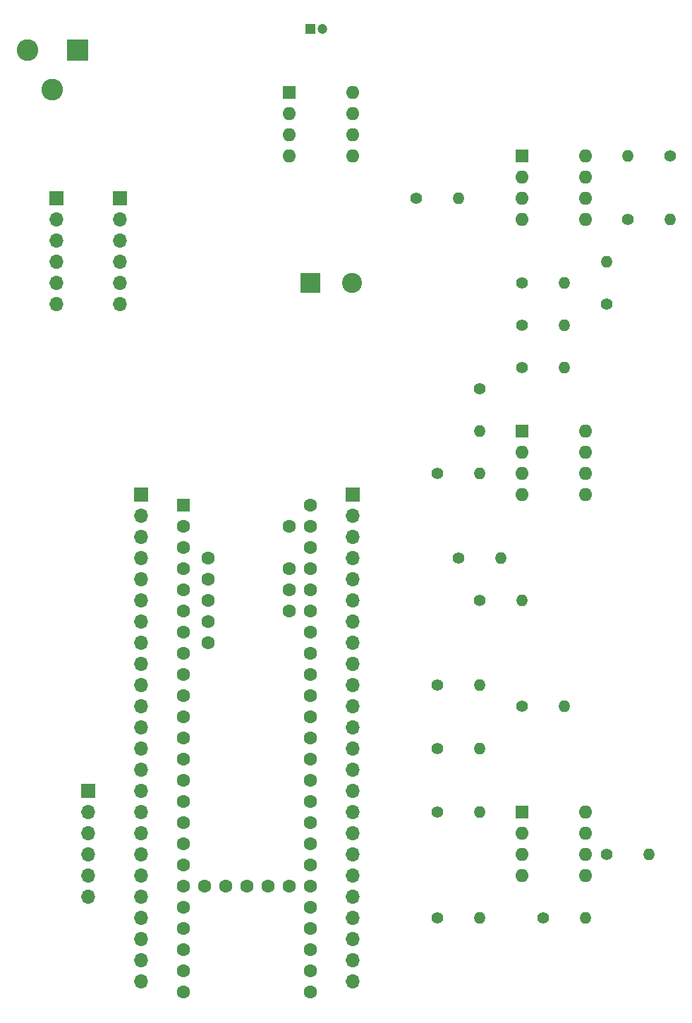
<source format=gbr>
%TF.GenerationSoftware,KiCad,Pcbnew,(5.1.10)-1*%
%TF.CreationDate,2021-10-07T13:20:46-04:00*%
%TF.ProjectId,dynamic clamp pcb,64796e61-6d69-4632-9063-6c616d702070,rev?*%
%TF.SameCoordinates,Original*%
%TF.FileFunction,Soldermask,Top*%
%TF.FilePolarity,Negative*%
%FSLAX46Y46*%
G04 Gerber Fmt 4.6, Leading zero omitted, Abs format (unit mm)*
G04 Created by KiCad (PCBNEW (5.1.10)-1) date 2021-10-07 13:20:46*
%MOMM*%
%LPD*%
G01*
G04 APERTURE LIST*
%ADD10R,2.600000X2.600000*%
%ADD11C,2.600000*%
%ADD12R,2.400000X2.400000*%
%ADD13C,2.400000*%
%ADD14R,1.200000X1.200000*%
%ADD15C,1.200000*%
%ADD16R,1.700000X1.700000*%
%ADD17O,1.700000X1.700000*%
%ADD18O,1.400000X1.400000*%
%ADD19C,1.400000*%
%ADD20R,1.600000X1.600000*%
%ADD21O,1.600000X1.600000*%
%ADD22C,1.600000*%
G04 APERTURE END LIST*
D10*
%TO.C,J2*%
X53340000Y-30480000D03*
D11*
X47340000Y-30480000D03*
X50340000Y-35180000D03*
%TD*%
D12*
%TO.C,C1*%
X81280000Y-58420000D03*
D13*
X86280000Y-58420000D03*
%TD*%
D14*
%TO.C,C2*%
X81280000Y-27940000D03*
D15*
X82780000Y-27940000D03*
%TD*%
D16*
%TO.C,J1*%
X54610000Y-119380000D03*
D17*
X54610000Y-121920000D03*
X54610000Y-124460000D03*
X54610000Y-127000000D03*
X54610000Y-129540000D03*
X54610000Y-132080000D03*
%TD*%
D16*
%TO.C,J4*%
X50800000Y-48260000D03*
D17*
X50800000Y-50800000D03*
X50800000Y-53340000D03*
X50800000Y-55880000D03*
X50800000Y-58420000D03*
X50800000Y-60960000D03*
%TD*%
%TO.C,J6*%
X60960000Y-142240000D03*
X60960000Y-139700000D03*
X60960000Y-137160000D03*
X60960000Y-134620000D03*
X60960000Y-132080000D03*
X60960000Y-129540000D03*
X60960000Y-127000000D03*
X60960000Y-124460000D03*
X60960000Y-121920000D03*
X60960000Y-119380000D03*
X60960000Y-116840000D03*
X60960000Y-114300000D03*
X60960000Y-111760000D03*
X60960000Y-109220000D03*
X60960000Y-106680000D03*
X60960000Y-104140000D03*
X60960000Y-101600000D03*
X60960000Y-99060000D03*
X60960000Y-96520000D03*
X60960000Y-93980000D03*
X60960000Y-91440000D03*
X60960000Y-88900000D03*
X60960000Y-86360000D03*
D16*
X60960000Y-83820000D03*
%TD*%
%TO.C,J7*%
X86360000Y-83820000D03*
D17*
X86360000Y-86360000D03*
X86360000Y-88900000D03*
X86360000Y-91440000D03*
X86360000Y-93980000D03*
X86360000Y-96520000D03*
X86360000Y-99060000D03*
X86360000Y-101600000D03*
X86360000Y-104140000D03*
X86360000Y-106680000D03*
X86360000Y-109220000D03*
X86360000Y-111760000D03*
X86360000Y-114300000D03*
X86360000Y-116840000D03*
X86360000Y-119380000D03*
X86360000Y-121920000D03*
X86360000Y-124460000D03*
X86360000Y-127000000D03*
X86360000Y-129540000D03*
X86360000Y-132080000D03*
X86360000Y-134620000D03*
X86360000Y-137160000D03*
X86360000Y-139700000D03*
X86360000Y-142240000D03*
%TD*%
%TO.C,J5_GND1*%
X58420000Y-60960000D03*
X58420000Y-58420000D03*
X58420000Y-55880000D03*
X58420000Y-53340000D03*
X58420000Y-50800000D03*
D16*
X58420000Y-48260000D03*
%TD*%
D18*
%TO.C,R1*%
X99060000Y-48260000D03*
D19*
X93980000Y-48260000D03*
%TD*%
D18*
%TO.C,R2*%
X111760000Y-63500000D03*
D19*
X106680000Y-63500000D03*
%TD*%
%TO.C,R3*%
X106680000Y-58420000D03*
D18*
X111760000Y-58420000D03*
%TD*%
D19*
%TO.C,R4*%
X116840000Y-60960000D03*
D18*
X116840000Y-55880000D03*
%TD*%
%TO.C,R5*%
X124460000Y-50800000D03*
D19*
X119380000Y-50800000D03*
%TD*%
%TO.C,R6*%
X124460000Y-43180000D03*
D18*
X119380000Y-43180000D03*
%TD*%
D19*
%TO.C,R7*%
X96520000Y-81280000D03*
D18*
X101600000Y-81280000D03*
%TD*%
%TO.C,R8*%
X104140000Y-91440000D03*
D19*
X99060000Y-91440000D03*
%TD*%
%TO.C,R9*%
X106680000Y-68580000D03*
D18*
X111760000Y-68580000D03*
%TD*%
%TO.C,R10*%
X101600000Y-76200000D03*
D19*
X101600000Y-71120000D03*
%TD*%
%TO.C,R11*%
X96520000Y-106680000D03*
D18*
X101600000Y-106680000D03*
%TD*%
%TO.C,R12*%
X101600000Y-121920000D03*
D19*
X96520000Y-121920000D03*
%TD*%
%TO.C,R13*%
X96520000Y-114300000D03*
D18*
X101600000Y-114300000D03*
%TD*%
%TO.C,R14*%
X101600000Y-134620000D03*
D19*
X96520000Y-134620000D03*
%TD*%
%TO.C,R15*%
X106680000Y-109220000D03*
D18*
X111760000Y-109220000D03*
%TD*%
D19*
%TO.C,R16*%
X116840000Y-127000000D03*
D18*
X121920000Y-127000000D03*
%TD*%
%TO.C,R17*%
X114300000Y-134620000D03*
D19*
X109220000Y-134620000D03*
%TD*%
D18*
%TO.C,R18*%
X106680000Y-96520000D03*
D19*
X101600000Y-96520000D03*
%TD*%
D20*
%TO.C,U1*%
X106680000Y-43180000D03*
D21*
X114300000Y-50800000D03*
X106680000Y-45720000D03*
X114300000Y-48260000D03*
X106680000Y-48260000D03*
X114300000Y-45720000D03*
X106680000Y-50800000D03*
X114300000Y-43180000D03*
%TD*%
D20*
%TO.C,U2*%
X106680000Y-76200000D03*
D21*
X114300000Y-83820000D03*
X106680000Y-78740000D03*
X114300000Y-81280000D03*
X106680000Y-81280000D03*
X114300000Y-78740000D03*
X106680000Y-83820000D03*
X114300000Y-76200000D03*
%TD*%
%TO.C,U3*%
X114300000Y-121920000D03*
X106680000Y-129540000D03*
X114300000Y-124460000D03*
X106680000Y-127000000D03*
X114300000Y-127000000D03*
X106680000Y-124460000D03*
X114300000Y-129540000D03*
D20*
X106680000Y-121920000D03*
%TD*%
D21*
%TO.C,U4*%
X86360000Y-35560000D03*
X78740000Y-43180000D03*
X86360000Y-38100000D03*
X78740000Y-40640000D03*
X86360000Y-40640000D03*
X78740000Y-38100000D03*
X86360000Y-43180000D03*
D20*
X78740000Y-35560000D03*
%TD*%
D22*
%TO.C,U5*%
X66040000Y-125730000D03*
X66040000Y-128270000D03*
X66040000Y-130810000D03*
X66040000Y-133350000D03*
X66040000Y-123190000D03*
X66040000Y-120650000D03*
X66040000Y-118110000D03*
X66040000Y-135890000D03*
X66040000Y-138430000D03*
X66040000Y-140970000D03*
X66040000Y-143510000D03*
X68580000Y-130810000D03*
X71120000Y-130810000D03*
X73660000Y-130810000D03*
X76200000Y-130810000D03*
X78740000Y-130810000D03*
X81280000Y-143510000D03*
X81280000Y-140970000D03*
X81280000Y-138430000D03*
X81280000Y-135890000D03*
X81280000Y-133350000D03*
X81280000Y-130810000D03*
X81280000Y-128270000D03*
X81280000Y-125730000D03*
X66040000Y-115570000D03*
X66040000Y-113030000D03*
X66040000Y-110490000D03*
X66040000Y-107950000D03*
X66040000Y-105410000D03*
X66040000Y-102870000D03*
X66040000Y-100330000D03*
X66040000Y-97790000D03*
X66040000Y-95250000D03*
X66040000Y-92710000D03*
X66040000Y-90170000D03*
X66040000Y-87630000D03*
D20*
X66040000Y-85090000D03*
D22*
X81280000Y-123190000D03*
X81280000Y-120650000D03*
X81280000Y-118110000D03*
X81280000Y-115570000D03*
X81280000Y-113030000D03*
X81280000Y-110490000D03*
X81280000Y-107950000D03*
X81280000Y-105410000D03*
X81280000Y-102870000D03*
X81280000Y-100330000D03*
X81280000Y-97790000D03*
X81280000Y-95250000D03*
X81280000Y-92710000D03*
X81280000Y-90170000D03*
X81280000Y-87630000D03*
X81280000Y-85090000D03*
X78740000Y-87630000D03*
X78740000Y-92710000D03*
X78740000Y-95250000D03*
X78740000Y-97790000D03*
X69040000Y-91440000D03*
X69040000Y-93980000D03*
X69040000Y-96520000D03*
X69040000Y-99060000D03*
X69040000Y-101600000D03*
%TD*%
M02*

</source>
